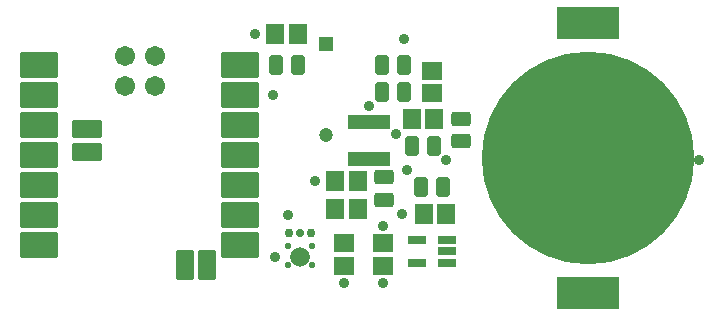
<source format=gbr>
%TF.GenerationSoftware,Altium Limited,Altium Designer,25.3.3 (18)*%
G04 Layer_Color=8388736*
%FSLAX45Y45*%
%MOMM*%
%TF.SameCoordinates,1FB2B9E7-3E12-4CFE-8A3D-C156B5A0EB04*%
%TF.FilePolarity,Negative*%
%TF.FileFunction,Soldermask,Top*%
%TF.Part,Single*%
G01*
G75*
%TA.AperFunction,ComponentPad*%
%ADD29C,1.20000*%
%ADD30R,1.20000X1.20000*%
%TA.AperFunction,SMDPad,CuDef*%
G04:AMPARAMS|DCode=37|XSize=3.2032mm|YSize=2.2032mm|CornerRadius=0.1316mm|HoleSize=0mm|Usage=FLASHONLY|Rotation=0.000|XOffset=0mm|YOffset=0mm|HoleType=Round|Shape=RoundedRectangle|*
%AMROUNDEDRECTD37*
21,1,3.20320,1.94000,0,0,0.0*
21,1,2.94000,2.20320,0,0,0.0*
1,1,0.26320,1.47000,-0.97000*
1,1,0.26320,-1.47000,-0.97000*
1,1,0.26320,-1.47000,0.97000*
1,1,0.26320,1.47000,0.97000*
%
%ADD37ROUNDEDRECTD37*%
G04:AMPARAMS|DCode=38|XSize=2.5032mm|YSize=1.5032mm|CornerRadius=0.1276mm|HoleSize=0mm|Usage=FLASHONLY|Rotation=0.000|XOffset=0mm|YOffset=0mm|HoleType=Round|Shape=RoundedRectangle|*
%AMROUNDEDRECTD38*
21,1,2.50320,1.24800,0,0,0.0*
21,1,2.24800,1.50320,0,0,0.0*
1,1,0.25520,1.12400,-0.62400*
1,1,0.25520,-1.12400,-0.62400*
1,1,0.25520,-1.12400,0.62400*
1,1,0.25520,1.12400,0.62400*
%
%ADD38ROUNDEDRECTD38*%
G04:AMPARAMS|DCode=39|XSize=1.5032mm|YSize=2.5032mm|CornerRadius=0.1276mm|HoleSize=0mm|Usage=FLASHONLY|Rotation=0.000|XOffset=0mm|YOffset=0mm|HoleType=Round|Shape=RoundedRectangle|*
%AMROUNDEDRECTD39*
21,1,1.50320,2.24800,0,0,0.0*
21,1,1.24800,2.50320,0,0,0.0*
1,1,0.25520,0.62400,-1.12400*
1,1,0.25520,-0.62400,-1.12400*
1,1,0.25520,-0.62400,1.12400*
1,1,0.25520,0.62400,1.12400*
%
%ADD39ROUNDEDRECTD39*%
%ADD40C,1.70320*%
G04:AMPARAMS|DCode=41|XSize=1.2032mm|YSize=1.6232mm|CornerRadius=0.2266mm|HoleSize=0mm|Usage=FLASHONLY|Rotation=180.000|XOffset=0mm|YOffset=0mm|HoleType=Round|Shape=RoundedRectangle|*
%AMROUNDEDRECTD41*
21,1,1.20320,1.17000,0,0,180.0*
21,1,0.75000,1.62320,0,0,180.0*
1,1,0.45320,-0.37500,0.58500*
1,1,0.45320,0.37500,0.58500*
1,1,0.45320,0.37500,-0.58500*
1,1,0.45320,-0.37500,-0.58500*
%
%ADD41ROUNDEDRECTD41*%
G04:AMPARAMS|DCode=42|XSize=1.2032mm|YSize=1.6232mm|CornerRadius=0.2266mm|HoleSize=0mm|Usage=FLASHONLY|Rotation=270.000|XOffset=0mm|YOffset=0mm|HoleType=Round|Shape=RoundedRectangle|*
%AMROUNDEDRECTD42*
21,1,1.20320,1.17000,0,0,270.0*
21,1,0.75000,1.62320,0,0,270.0*
1,1,0.45320,-0.58500,-0.37500*
1,1,0.45320,-0.58500,0.37500*
1,1,0.45320,0.58500,0.37500*
1,1,0.45320,0.58500,-0.37500*
%
%ADD42ROUNDEDRECTD42*%
%ADD43R,1.52400X0.76200*%
%ADD44C,0.75000*%
%ADD45C,0.70000*%
%ADD46C,0.56000*%
%ADD47R,1.70320X1.50320*%
%ADD48R,0.50320X1.27820*%
%ADD49R,1.50320X1.70320*%
%ADD50C,18.00320*%
%ADD51R,5.30320X2.70320*%
%TA.AperFunction,ComponentPad*%
%ADD52C,1.66000*%
%TA.AperFunction,ViaPad*%
%ADD53C,0.90320*%
D29*
X2806700Y1650700D02*
D03*
D30*
Y2413300D02*
D03*
D37*
X382800Y2235200D02*
D03*
Y1981200D02*
D03*
Y1727200D02*
D03*
Y1473200D02*
D03*
Y1219200D02*
D03*
Y965200D02*
D03*
Y711200D02*
D03*
X2082800D02*
D03*
Y965200D02*
D03*
Y1219200D02*
D03*
Y1473200D02*
D03*
Y1727200D02*
D03*
Y1981200D02*
D03*
Y2235200D02*
D03*
D38*
X782800Y1503200D02*
D03*
Y1693200D02*
D03*
D39*
X1612800Y548200D02*
D03*
X1802800D02*
D03*
D40*
X1105800Y2058200D02*
D03*
Y2312200D02*
D03*
X1359800Y2058200D02*
D03*
Y2312200D02*
D03*
D41*
X3725700Y1549400D02*
D03*
X3538700D02*
D03*
X3284700Y2006600D02*
D03*
X3471700D02*
D03*
X3284700Y2235200D02*
D03*
X3471700D02*
D03*
X2570000D02*
D03*
X2383000D02*
D03*
X3614900Y1206500D02*
D03*
X3801900D02*
D03*
D42*
X3949700Y1782600D02*
D03*
Y1595600D02*
D03*
X3302000Y1287300D02*
D03*
Y1100300D02*
D03*
D43*
X3837940Y566420D02*
D03*
Y660400D02*
D03*
Y754380D02*
D03*
X3578860D02*
D03*
Y566420D02*
D03*
D44*
X2494300Y820800D02*
D03*
X2687300D02*
D03*
D45*
X2590800D02*
D03*
D46*
X2489300Y710800D02*
D03*
Y546800D02*
D03*
X2692300D02*
D03*
Y710800D02*
D03*
D47*
X2959100Y730000D02*
D03*
Y540000D02*
D03*
X3708400Y2190500D02*
D03*
Y2000500D02*
D03*
X3289300Y730000D02*
D03*
Y540000D02*
D03*
D48*
X3025000Y1446400D02*
D03*
X3075000D02*
D03*
X3125000D02*
D03*
X3175000D02*
D03*
X3225000D02*
D03*
X3275000D02*
D03*
X3325000D02*
D03*
Y1754000D02*
D03*
X3275000D02*
D03*
X3225000D02*
D03*
X3175000D02*
D03*
X3125000D02*
D03*
X3075000D02*
D03*
X3025000D02*
D03*
D49*
X2571500Y2501900D02*
D03*
X2381500D02*
D03*
X2889500Y1257300D02*
D03*
X3079500D02*
D03*
Y1016000D02*
D03*
X2889500D02*
D03*
X3537200Y1778000D02*
D03*
X3727200D02*
D03*
X3828800Y977900D02*
D03*
X3638800D02*
D03*
D50*
X5029200Y1449800D02*
D03*
D51*
Y304800D02*
D03*
Y2594800D02*
D03*
D52*
X2590800Y610800D02*
D03*
D53*
X3403600Y1651000D02*
D03*
X2489200Y965200D02*
D03*
X3289300Y876300D02*
D03*
X3492500Y1346200D02*
D03*
X3175000Y1892300D02*
D03*
X5969000Y1435100D02*
D03*
X2374900Y609600D02*
D03*
X3822700Y1435100D02*
D03*
X2717800Y1257300D02*
D03*
X3469400Y2461500D02*
D03*
X2209800Y2501900D02*
D03*
X2362200Y1981200D02*
D03*
X3454400Y977900D02*
D03*
X2959100Y393700D02*
D03*
X3289300D02*
D03*
%TF.MD5,513e7a4973693f45e32075f5ee210a5d*%
M02*

</source>
